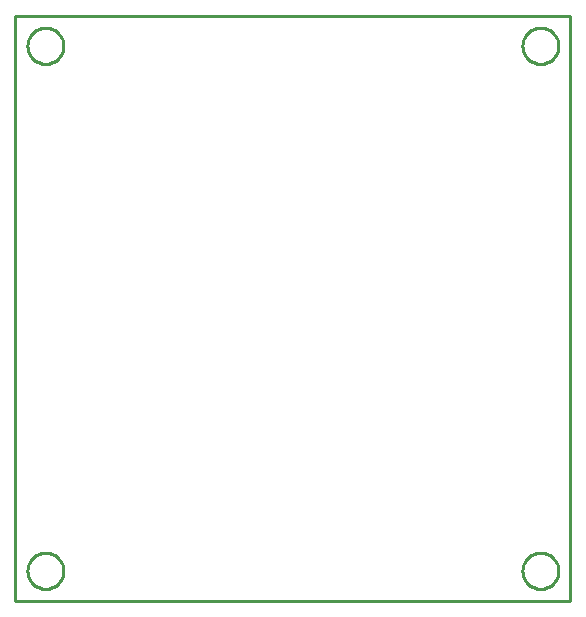
<source format=gbr>
G04 EAGLE Gerber X2 export*
%TF.Part,Single*%
%TF.FileFunction,Profile,NP*%
%TF.FilePolarity,Positive*%
%TF.GenerationSoftware,Autodesk,EAGLE,9.1.0*%
%TF.CreationDate,2018-12-10T23:06:03Z*%
G75*
%MOMM*%
%FSLAX34Y34*%
%LPD*%
%AMOC8*
5,1,8,0,0,1.08239X$1,22.5*%
G01*
%ADD10C,0.254000*%


D10*
X12700Y12700D02*
X482475Y12700D01*
X482475Y507900D01*
X12700Y507900D01*
X12700Y12700D01*
X53340Y482056D02*
X53262Y480970D01*
X53107Y479892D01*
X52876Y478829D01*
X52569Y477784D01*
X52189Y476764D01*
X51737Y475774D01*
X51215Y474819D01*
X50626Y473903D01*
X49974Y473031D01*
X49261Y472209D01*
X48491Y471439D01*
X47669Y470726D01*
X46797Y470074D01*
X45881Y469485D01*
X44926Y468963D01*
X43936Y468511D01*
X42916Y468131D01*
X41871Y467824D01*
X40808Y467593D01*
X39730Y467438D01*
X38644Y467360D01*
X37556Y467360D01*
X36470Y467438D01*
X35392Y467593D01*
X34329Y467824D01*
X33284Y468131D01*
X32264Y468511D01*
X31274Y468963D01*
X30319Y469485D01*
X29403Y470074D01*
X28531Y470726D01*
X27709Y471439D01*
X26939Y472209D01*
X26226Y473031D01*
X25574Y473903D01*
X24985Y474819D01*
X24463Y475774D01*
X24011Y476764D01*
X23631Y477784D01*
X23324Y478829D01*
X23093Y479892D01*
X22938Y480970D01*
X22860Y482056D01*
X22860Y483144D01*
X22938Y484230D01*
X23093Y485308D01*
X23324Y486371D01*
X23631Y487416D01*
X24011Y488436D01*
X24463Y489426D01*
X24985Y490381D01*
X25574Y491297D01*
X26226Y492169D01*
X26939Y492991D01*
X27709Y493761D01*
X28531Y494474D01*
X29403Y495126D01*
X30319Y495715D01*
X31274Y496237D01*
X32264Y496689D01*
X33284Y497069D01*
X34329Y497376D01*
X35392Y497607D01*
X36470Y497762D01*
X37556Y497840D01*
X38644Y497840D01*
X39730Y497762D01*
X40808Y497607D01*
X41871Y497376D01*
X42916Y497069D01*
X43936Y496689D01*
X44926Y496237D01*
X45881Y495715D01*
X46797Y495126D01*
X47669Y494474D01*
X48491Y493761D01*
X49261Y492991D01*
X49974Y492169D01*
X50626Y491297D01*
X51215Y490381D01*
X51737Y489426D01*
X52189Y488436D01*
X52569Y487416D01*
X52876Y486371D01*
X53107Y485308D01*
X53262Y484230D01*
X53340Y483144D01*
X53340Y482056D01*
X472440Y482056D02*
X472362Y480970D01*
X472207Y479892D01*
X471976Y478829D01*
X471669Y477784D01*
X471289Y476764D01*
X470837Y475774D01*
X470315Y474819D01*
X469726Y473903D01*
X469074Y473031D01*
X468361Y472209D01*
X467591Y471439D01*
X466769Y470726D01*
X465897Y470074D01*
X464981Y469485D01*
X464026Y468963D01*
X463036Y468511D01*
X462016Y468131D01*
X460971Y467824D01*
X459908Y467593D01*
X458830Y467438D01*
X457744Y467360D01*
X456656Y467360D01*
X455570Y467438D01*
X454492Y467593D01*
X453429Y467824D01*
X452384Y468131D01*
X451364Y468511D01*
X450374Y468963D01*
X449419Y469485D01*
X448503Y470074D01*
X447631Y470726D01*
X446809Y471439D01*
X446039Y472209D01*
X445326Y473031D01*
X444674Y473903D01*
X444085Y474819D01*
X443563Y475774D01*
X443111Y476764D01*
X442731Y477784D01*
X442424Y478829D01*
X442193Y479892D01*
X442038Y480970D01*
X441960Y482056D01*
X441960Y483144D01*
X442038Y484230D01*
X442193Y485308D01*
X442424Y486371D01*
X442731Y487416D01*
X443111Y488436D01*
X443563Y489426D01*
X444085Y490381D01*
X444674Y491297D01*
X445326Y492169D01*
X446039Y492991D01*
X446809Y493761D01*
X447631Y494474D01*
X448503Y495126D01*
X449419Y495715D01*
X450374Y496237D01*
X451364Y496689D01*
X452384Y497069D01*
X453429Y497376D01*
X454492Y497607D01*
X455570Y497762D01*
X456656Y497840D01*
X457744Y497840D01*
X458830Y497762D01*
X459908Y497607D01*
X460971Y497376D01*
X462016Y497069D01*
X463036Y496689D01*
X464026Y496237D01*
X464981Y495715D01*
X465897Y495126D01*
X466769Y494474D01*
X467591Y493761D01*
X468361Y492991D01*
X469074Y492169D01*
X469726Y491297D01*
X470315Y490381D01*
X470837Y489426D01*
X471289Y488436D01*
X471669Y487416D01*
X471976Y486371D01*
X472207Y485308D01*
X472362Y484230D01*
X472440Y483144D01*
X472440Y482056D01*
X472440Y37556D02*
X472362Y36470D01*
X472207Y35392D01*
X471976Y34329D01*
X471669Y33284D01*
X471289Y32264D01*
X470837Y31274D01*
X470315Y30319D01*
X469726Y29403D01*
X469074Y28531D01*
X468361Y27709D01*
X467591Y26939D01*
X466769Y26226D01*
X465897Y25574D01*
X464981Y24985D01*
X464026Y24463D01*
X463036Y24011D01*
X462016Y23631D01*
X460971Y23324D01*
X459908Y23093D01*
X458830Y22938D01*
X457744Y22860D01*
X456656Y22860D01*
X455570Y22938D01*
X454492Y23093D01*
X453429Y23324D01*
X452384Y23631D01*
X451364Y24011D01*
X450374Y24463D01*
X449419Y24985D01*
X448503Y25574D01*
X447631Y26226D01*
X446809Y26939D01*
X446039Y27709D01*
X445326Y28531D01*
X444674Y29403D01*
X444085Y30319D01*
X443563Y31274D01*
X443111Y32264D01*
X442731Y33284D01*
X442424Y34329D01*
X442193Y35392D01*
X442038Y36470D01*
X441960Y37556D01*
X441960Y38644D01*
X442038Y39730D01*
X442193Y40808D01*
X442424Y41871D01*
X442731Y42916D01*
X443111Y43936D01*
X443563Y44926D01*
X444085Y45881D01*
X444674Y46797D01*
X445326Y47669D01*
X446039Y48491D01*
X446809Y49261D01*
X447631Y49974D01*
X448503Y50626D01*
X449419Y51215D01*
X450374Y51737D01*
X451364Y52189D01*
X452384Y52569D01*
X453429Y52876D01*
X454492Y53107D01*
X455570Y53262D01*
X456656Y53340D01*
X457744Y53340D01*
X458830Y53262D01*
X459908Y53107D01*
X460971Y52876D01*
X462016Y52569D01*
X463036Y52189D01*
X464026Y51737D01*
X464981Y51215D01*
X465897Y50626D01*
X466769Y49974D01*
X467591Y49261D01*
X468361Y48491D01*
X469074Y47669D01*
X469726Y46797D01*
X470315Y45881D01*
X470837Y44926D01*
X471289Y43936D01*
X471669Y42916D01*
X471976Y41871D01*
X472207Y40808D01*
X472362Y39730D01*
X472440Y38644D01*
X472440Y37556D01*
X53340Y37556D02*
X53262Y36470D01*
X53107Y35392D01*
X52876Y34329D01*
X52569Y33284D01*
X52189Y32264D01*
X51737Y31274D01*
X51215Y30319D01*
X50626Y29403D01*
X49974Y28531D01*
X49261Y27709D01*
X48491Y26939D01*
X47669Y26226D01*
X46797Y25574D01*
X45881Y24985D01*
X44926Y24463D01*
X43936Y24011D01*
X42916Y23631D01*
X41871Y23324D01*
X40808Y23093D01*
X39730Y22938D01*
X38644Y22860D01*
X37556Y22860D01*
X36470Y22938D01*
X35392Y23093D01*
X34329Y23324D01*
X33284Y23631D01*
X32264Y24011D01*
X31274Y24463D01*
X30319Y24985D01*
X29403Y25574D01*
X28531Y26226D01*
X27709Y26939D01*
X26939Y27709D01*
X26226Y28531D01*
X25574Y29403D01*
X24985Y30319D01*
X24463Y31274D01*
X24011Y32264D01*
X23631Y33284D01*
X23324Y34329D01*
X23093Y35392D01*
X22938Y36470D01*
X22860Y37556D01*
X22860Y38644D01*
X22938Y39730D01*
X23093Y40808D01*
X23324Y41871D01*
X23631Y42916D01*
X24011Y43936D01*
X24463Y44926D01*
X24985Y45881D01*
X25574Y46797D01*
X26226Y47669D01*
X26939Y48491D01*
X27709Y49261D01*
X28531Y49974D01*
X29403Y50626D01*
X30319Y51215D01*
X31274Y51737D01*
X32264Y52189D01*
X33284Y52569D01*
X34329Y52876D01*
X35392Y53107D01*
X36470Y53262D01*
X37556Y53340D01*
X38644Y53340D01*
X39730Y53262D01*
X40808Y53107D01*
X41871Y52876D01*
X42916Y52569D01*
X43936Y52189D01*
X44926Y51737D01*
X45881Y51215D01*
X46797Y50626D01*
X47669Y49974D01*
X48491Y49261D01*
X49261Y48491D01*
X49974Y47669D01*
X50626Y46797D01*
X51215Y45881D01*
X51737Y44926D01*
X52189Y43936D01*
X52569Y42916D01*
X52876Y41871D01*
X53107Y40808D01*
X53262Y39730D01*
X53340Y38644D01*
X53340Y37556D01*
M02*

</source>
